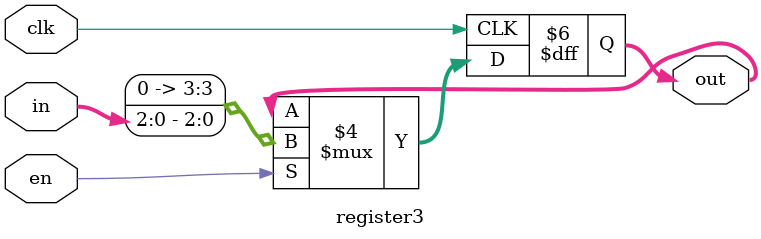
<source format=v>
`timescale 1ns / 1ps


module register3(
    input [2:0] in,
    input en,
    input clk,//ÉÏÉýÑØÓÐÐ§
    output reg [3:0] out
    );
    always @(posedge clk) begin
            if(en==1) out=in;
    end
endmodule


</source>
